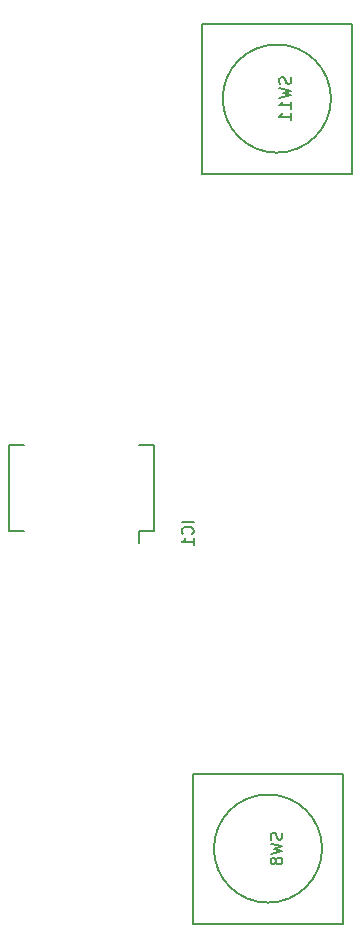
<source format=gbr>
G04 #@! TF.FileFunction,Legend,Bot*
%FSLAX46Y46*%
G04 Gerber Fmt 4.6, Leading zero omitted, Abs format (unit mm)*
G04 Created by KiCad (PCBNEW 0.201509061501+6161~29~ubuntu14.04.1-product) date Mon 14 Sep 2015 05:33:44 PM EDT*
%MOMM*%
G01*
G04 APERTURE LIST*
%ADD10C,0.100000*%
%ADD11C,0.150000*%
G04 APERTURE END LIST*
D10*
D11*
X50825000Y-59405000D02*
X49555000Y-59405000D01*
X50825000Y-52055000D02*
X49555000Y-52055000D01*
X38615000Y-52055000D02*
X39885000Y-52055000D01*
X38615000Y-59405000D02*
X39885000Y-59405000D01*
X50825000Y-59405000D02*
X50825000Y-52055000D01*
X38615000Y-59405000D02*
X38615000Y-52055000D01*
X49555000Y-59405000D02*
X49555000Y-60340000D01*
X65079050Y-86250000D02*
G75*
G03X65079050Y-86250000I-4579050J0D01*
G01*
X66850000Y-92600000D02*
X66850000Y-79900000D01*
X66850000Y-79900000D02*
X54150000Y-79900000D01*
X54150000Y-79900000D02*
X54150000Y-92600000D01*
X54150000Y-92600000D02*
X66850000Y-92600000D01*
X65829050Y-22750000D02*
G75*
G03X65829050Y-22750000I-4579050J0D01*
G01*
X67600000Y-29100000D02*
X67600000Y-16400000D01*
X67600000Y-16400000D02*
X54900000Y-16400000D01*
X54900000Y-16400000D02*
X54900000Y-29100000D01*
X54900000Y-29100000D02*
X67600000Y-29100000D01*
X54202381Y-58563810D02*
X53202381Y-58563810D01*
X54107143Y-59611429D02*
X54154762Y-59563810D01*
X54202381Y-59420953D01*
X54202381Y-59325715D01*
X54154762Y-59182857D01*
X54059524Y-59087619D01*
X53964286Y-59040000D01*
X53773810Y-58992381D01*
X53630952Y-58992381D01*
X53440476Y-59040000D01*
X53345238Y-59087619D01*
X53250000Y-59182857D01*
X53202381Y-59325715D01*
X53202381Y-59420953D01*
X53250000Y-59563810D01*
X53297619Y-59611429D01*
X54202381Y-60563810D02*
X54202381Y-59992381D01*
X54202381Y-60278095D02*
X53202381Y-60278095D01*
X53345238Y-60182857D01*
X53440476Y-60087619D01*
X53488095Y-59992381D01*
X61666762Y-84916667D02*
X61714381Y-85059524D01*
X61714381Y-85297620D01*
X61666762Y-85392858D01*
X61619143Y-85440477D01*
X61523905Y-85488096D01*
X61428667Y-85488096D01*
X61333429Y-85440477D01*
X61285810Y-85392858D01*
X61238190Y-85297620D01*
X61190571Y-85107143D01*
X61142952Y-85011905D01*
X61095333Y-84964286D01*
X61000095Y-84916667D01*
X60904857Y-84916667D01*
X60809619Y-84964286D01*
X60762000Y-85011905D01*
X60714381Y-85107143D01*
X60714381Y-85345239D01*
X60762000Y-85488096D01*
X60714381Y-85821429D02*
X61714381Y-86059524D01*
X61000095Y-86250001D01*
X61714381Y-86440477D01*
X60714381Y-86678572D01*
X61142952Y-87202381D02*
X61095333Y-87107143D01*
X61047714Y-87059524D01*
X60952476Y-87011905D01*
X60904857Y-87011905D01*
X60809619Y-87059524D01*
X60762000Y-87107143D01*
X60714381Y-87202381D01*
X60714381Y-87392858D01*
X60762000Y-87488096D01*
X60809619Y-87535715D01*
X60904857Y-87583334D01*
X60952476Y-87583334D01*
X61047714Y-87535715D01*
X61095333Y-87488096D01*
X61142952Y-87392858D01*
X61142952Y-87202381D01*
X61190571Y-87107143D01*
X61238190Y-87059524D01*
X61333429Y-87011905D01*
X61523905Y-87011905D01*
X61619143Y-87059524D01*
X61666762Y-87107143D01*
X61714381Y-87202381D01*
X61714381Y-87392858D01*
X61666762Y-87488096D01*
X61619143Y-87535715D01*
X61523905Y-87583334D01*
X61333429Y-87583334D01*
X61238190Y-87535715D01*
X61190571Y-87488096D01*
X61142952Y-87392858D01*
X62416762Y-20940476D02*
X62464381Y-21083333D01*
X62464381Y-21321429D01*
X62416762Y-21416667D01*
X62369143Y-21464286D01*
X62273905Y-21511905D01*
X62178667Y-21511905D01*
X62083429Y-21464286D01*
X62035810Y-21416667D01*
X61988190Y-21321429D01*
X61940571Y-21130952D01*
X61892952Y-21035714D01*
X61845333Y-20988095D01*
X61750095Y-20940476D01*
X61654857Y-20940476D01*
X61559619Y-20988095D01*
X61512000Y-21035714D01*
X61464381Y-21130952D01*
X61464381Y-21369048D01*
X61512000Y-21511905D01*
X61464381Y-21845238D02*
X62464381Y-22083333D01*
X61750095Y-22273810D01*
X62464381Y-22464286D01*
X61464381Y-22702381D01*
X62464381Y-23607143D02*
X62464381Y-23035714D01*
X62464381Y-23321428D02*
X61464381Y-23321428D01*
X61607238Y-23226190D01*
X61702476Y-23130952D01*
X61750095Y-23035714D01*
X62464381Y-24559524D02*
X62464381Y-23988095D01*
X62464381Y-24273809D02*
X61464381Y-24273809D01*
X61607238Y-24178571D01*
X61702476Y-24083333D01*
X61750095Y-23988095D01*
M02*

</source>
